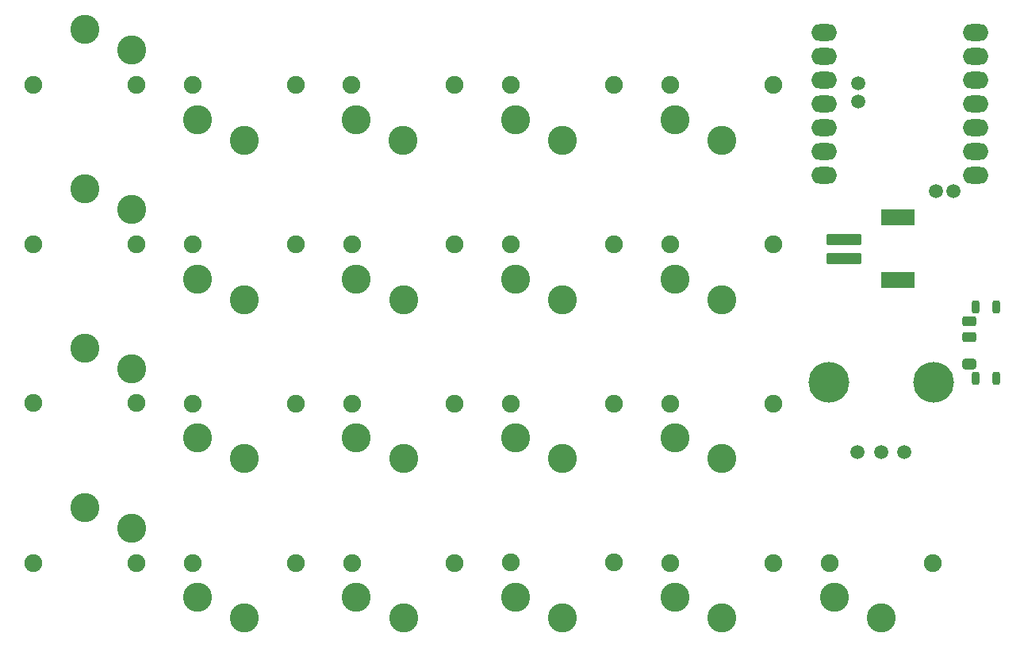
<source format=gbr>
%TF.GenerationSoftware,KiCad,Pcbnew,9.0.2*%
%TF.CreationDate,2025-12-03T23:59:17+09:00*%
%TF.ProjectId,FrostOrtho_L,46726f73-744f-4727-9468-6f5f4c2e6b69,rev?*%
%TF.SameCoordinates,Original*%
%TF.FileFunction,Soldermask,Top*%
%TF.FilePolarity,Negative*%
%FSLAX46Y46*%
G04 Gerber Fmt 4.6, Leading zero omitted, Abs format (unit mm)*
G04 Created by KiCad (PCBNEW 9.0.2) date 2025-12-03 23:59:17*
%MOMM*%
%LPD*%
G01*
G04 APERTURE LIST*
G04 Aperture macros list*
%AMRoundRect*
0 Rectangle with rounded corners*
0 $1 Rounding radius*
0 $2 $3 $4 $5 $6 $7 $8 $9 X,Y pos of 4 corners*
0 Add a 4 corners polygon primitive as box body*
4,1,4,$2,$3,$4,$5,$6,$7,$8,$9,$2,$3,0*
0 Add four circle primitives for the rounded corners*
1,1,$1+$1,$2,$3*
1,1,$1+$1,$4,$5*
1,1,$1+$1,$6,$7*
1,1,$1+$1,$8,$9*
0 Add four rect primitives between the rounded corners*
20,1,$1+$1,$2,$3,$4,$5,0*
20,1,$1+$1,$4,$5,$6,$7,0*
20,1,$1+$1,$6,$7,$8,$9,0*
20,1,$1+$1,$8,$9,$2,$3,0*%
G04 Aperture macros list end*
%ADD10C,1.900000*%
%ADD11C,3.100000*%
%ADD12RoundRect,0.102000X-1.750000X0.500000X-1.750000X-0.500000X1.750000X-0.500000X1.750000X0.500000X0*%
%ADD13RoundRect,0.102000X-1.700000X0.750000X-1.700000X-0.750000X1.700000X-0.750000X1.700000X0.750000X0*%
%ADD14O,2.750000X1.800000*%
%ADD15C,1.500000*%
%ADD16C,4.350000*%
%ADD17RoundRect,0.200000X0.200000X-0.475000X0.200000X0.475000X-0.200000X0.475000X-0.200000X-0.475000X0*%
%ADD18RoundRect,0.287500X0.467500X-0.287500X0.467500X0.287500X-0.467500X0.287500X-0.467500X-0.287500X0*%
%ADD19RoundRect,0.262500X0.487500X-0.262500X0.487500X0.262500X-0.487500X0.262500X-0.487500X-0.262500X0*%
%ADD20RoundRect,0.275000X0.475000X-0.275000X0.475000X0.275000X-0.475000X0.275000X-0.475000X-0.275000X0*%
G04 APERTURE END LIST*
D10*
%TO.C,SW17*%
X106500000Y-28500000D03*
D11*
X107000000Y-32200000D03*
X112000000Y-34400000D03*
D10*
X117500000Y-28500000D03*
%TD*%
%TO.C,SW1*%
X49500000Y-28500000D03*
D11*
X49000000Y-24800000D03*
X44000000Y-22600000D03*
D10*
X38500000Y-28500000D03*
%TD*%
D12*
%TO.C,B1*%
X125000000Y-45000000D03*
X125000000Y-47000000D03*
D13*
X130750000Y-49350000D03*
X130750000Y-42650000D03*
%TD*%
D10*
%TO.C,SW15*%
X89500000Y-62500000D03*
D11*
X90000000Y-66200000D03*
X95000000Y-68400000D03*
D10*
X100500000Y-62500000D03*
%TD*%
%TO.C,SW14*%
X89500000Y-45500000D03*
D11*
X90000000Y-49200000D03*
X95000000Y-51400000D03*
D10*
X100500000Y-45500000D03*
%TD*%
%TO.C,SW8*%
X55500000Y-79500000D03*
D11*
X56000000Y-83200000D03*
X61000000Y-85400000D03*
D10*
X66500000Y-79500000D03*
%TD*%
D14*
%TO.C,U1*%
X122880000Y-22924000D03*
X122880000Y-25464000D03*
X122880000Y-28004000D03*
X122880000Y-30544000D03*
X122880000Y-33084000D03*
X122880000Y-35624000D03*
X122880000Y-38164000D03*
X139120000Y-38164000D03*
X139120000Y-35624000D03*
X139120000Y-33084000D03*
X139120000Y-30544000D03*
X139120000Y-28004000D03*
X139120000Y-25464000D03*
X139120000Y-22924000D03*
D15*
X134835400Y-39856000D03*
X136715000Y-39856000D03*
X126555000Y-30227000D03*
X126555000Y-28322000D03*
%TD*%
%TO.C,SW21*%
X126500000Y-67700000D03*
X131500000Y-67700000D03*
X129000000Y-67700000D03*
D16*
X123400000Y-60200000D03*
X134600000Y-60200000D03*
%TD*%
D10*
%TO.C,SW18*%
X106500000Y-45500000D03*
D11*
X107000000Y-49200000D03*
X112000000Y-51400000D03*
D10*
X117500000Y-45500000D03*
%TD*%
%TO.C,SW2*%
X49500000Y-45500000D03*
D11*
X49000000Y-41800000D03*
X44000000Y-39600000D03*
D10*
X38500000Y-45500000D03*
%TD*%
%TO.C,SW13*%
X89500000Y-28500000D03*
D11*
X90000000Y-32200000D03*
X95000000Y-34400000D03*
D10*
X100500000Y-28500000D03*
%TD*%
%TO.C,SW20*%
X106500000Y-79500000D03*
D11*
X107000000Y-83200000D03*
X112000000Y-85400000D03*
D10*
X117500000Y-79500000D03*
%TD*%
%TO.C,SW3*%
X49500000Y-62475000D03*
D11*
X49000000Y-58775000D03*
X44000000Y-56575000D03*
D10*
X38500000Y-62475000D03*
%TD*%
%TO.C,SW19*%
X106500000Y-62500000D03*
D11*
X107000000Y-66200000D03*
X112000000Y-68400000D03*
D10*
X117500000Y-62500000D03*
%TD*%
%TO.C,SW7*%
X55500000Y-62490000D03*
D11*
X56000000Y-66190000D03*
X61000000Y-68390000D03*
D10*
X66500000Y-62490000D03*
%TD*%
%TO.C,SW6*%
X55500000Y-45500000D03*
D11*
X56000000Y-49200000D03*
X61000000Y-51400000D03*
D10*
X66500000Y-45500000D03*
%TD*%
%TO.C,SW9*%
X72480000Y-28500000D03*
D11*
X72980000Y-32200000D03*
X77980000Y-34400000D03*
D10*
X83480000Y-28500000D03*
%TD*%
%TO.C,SW4*%
X49500000Y-79500000D03*
D11*
X49000000Y-75800000D03*
X44000000Y-73600000D03*
D10*
X38500000Y-79500000D03*
%TD*%
%TO.C,SW12*%
X72500000Y-79500000D03*
D11*
X73000000Y-83200000D03*
X78000000Y-85400000D03*
D10*
X83500000Y-79500000D03*
%TD*%
%TO.C,SW11*%
X72500000Y-62500000D03*
D11*
X73000000Y-66200000D03*
X78000000Y-68400000D03*
D10*
X83500000Y-62500000D03*
%TD*%
D17*
%TO.C,SW24*%
X141300000Y-52175000D03*
X139090000Y-52175000D03*
X141300000Y-59825000D03*
X139090000Y-59825000D03*
D18*
X138445000Y-58275000D03*
D19*
X138440000Y-55425000D03*
D20*
X138440000Y-53750000D03*
%TD*%
D10*
%TO.C,SW16*%
X89490000Y-79485000D03*
D11*
X89990000Y-83185000D03*
X94990000Y-85385000D03*
D10*
X100490000Y-79485000D03*
%TD*%
%TO.C,SW22*%
X123500000Y-79500000D03*
D11*
X124000000Y-83200000D03*
X129000000Y-85400000D03*
D10*
X134500000Y-79500000D03*
%TD*%
%TO.C,SW5*%
X55510000Y-28500000D03*
D11*
X56010000Y-32200000D03*
X61010000Y-34400000D03*
D10*
X66510000Y-28500000D03*
%TD*%
%TO.C,SW10*%
X72500000Y-45500000D03*
D11*
X73000000Y-49200000D03*
X78000000Y-51400000D03*
D10*
X83500000Y-45500000D03*
%TD*%
M02*

</source>
